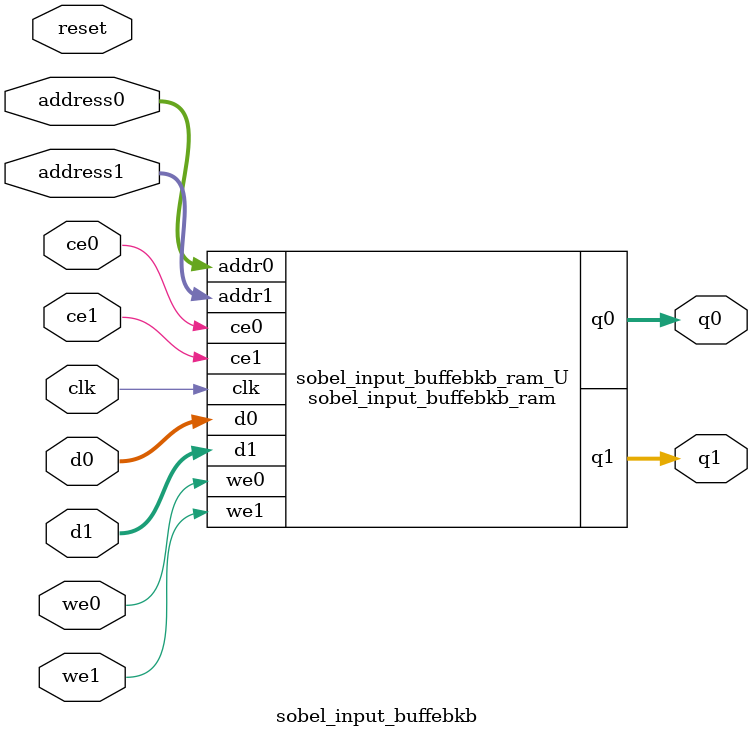
<source format=v>

`timescale 1 ns / 1 ps
module sobel_input_buffebkb_ram (addr0, ce0, d0, we0, q0, addr1, ce1, d1, we1, q1,  clk);

parameter DWIDTH = 8;
parameter AWIDTH = 5;
parameter MEM_SIZE = 24;

input[AWIDTH-1:0] addr0;
input ce0;
input[DWIDTH-1:0] d0;
input we0;
output reg[DWIDTH-1:0] q0;
input[AWIDTH-1:0] addr1;
input ce1;
input[DWIDTH-1:0] d1;
input we1;
output reg[DWIDTH-1:0] q1;
input clk;

(* ram_style = "block" *)reg [DWIDTH-1:0] ram[0:MEM_SIZE-1];




always @(posedge clk)  
begin 
    if (ce0) 
    begin
        if (we0) 
        begin 
            ram[addr0] <= d0; 
            q0 <= d0;
        end 
        else 
            q0 <= ram[addr0];
    end
end


always @(posedge clk)  
begin 
    if (ce1) 
    begin
        if (we1) 
        begin 
            ram[addr1] <= d1; 
            q1 <= d1;
        end 
        else 
            q1 <= ram[addr1];
    end
end


endmodule


`timescale 1 ns / 1 ps
module sobel_input_buffebkb(
    reset,
    clk,
    address0,
    ce0,
    we0,
    d0,
    q0,
    address1,
    ce1,
    we1,
    d1,
    q1);

parameter DataWidth = 32'd8;
parameter AddressRange = 32'd24;
parameter AddressWidth = 32'd5;
input reset;
input clk;
input[AddressWidth - 1:0] address0;
input ce0;
input we0;
input[DataWidth - 1:0] d0;
output[DataWidth - 1:0] q0;
input[AddressWidth - 1:0] address1;
input ce1;
input we1;
input[DataWidth - 1:0] d1;
output[DataWidth - 1:0] q1;



sobel_input_buffebkb_ram sobel_input_buffebkb_ram_U(
    .clk( clk ),
    .addr0( address0 ),
    .ce0( ce0 ),
    .we0( we0 ),
    .d0( d0 ),
    .q0( q0 ),
    .addr1( address1 ),
    .ce1( ce1 ),
    .we1( we1 ),
    .d1( d1 ),
    .q1( q1 ));

endmodule


</source>
